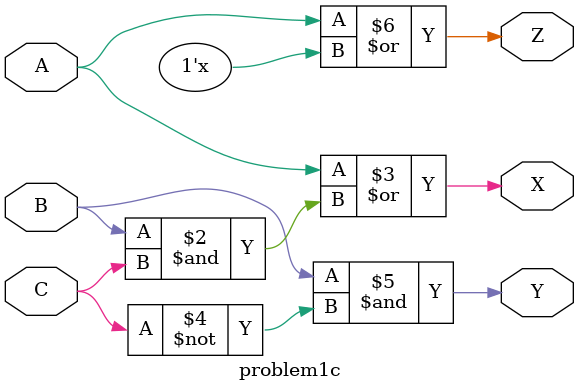
<source format=v>
module problem1c(X, Y, Z, A, B, C);
	input A, B, C;
	output reg X, Y, Z;

	always @ (A, B, C)
	begin
		X <= A | (B & C);
		Y <= B & (~C);
		Z <= A | Y;
	end

endmodule
</source>
